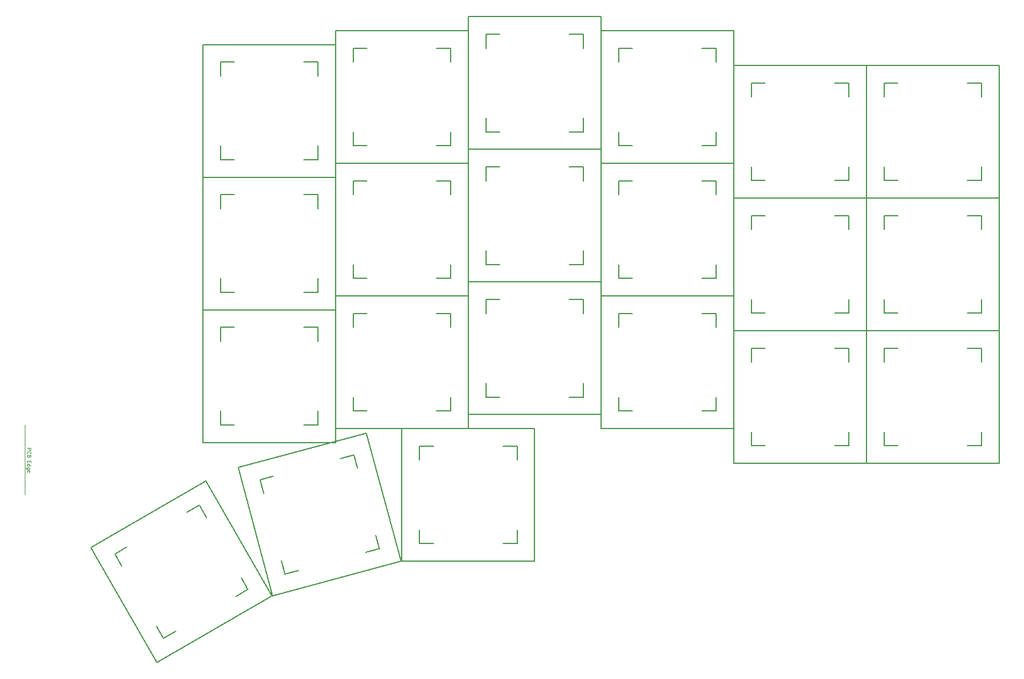
<source format=gbr>
G04 #@! TF.GenerationSoftware,KiCad,Pcbnew,8.0.3*
G04 #@! TF.CreationDate,2024-06-14T18:21:21-07:00*
G04 #@! TF.ProjectId,Keyboard,4b657962-6f61-4726-942e-6b696361645f,rev?*
G04 #@! TF.SameCoordinates,Original*
G04 #@! TF.FileFunction,OtherDrawing,Comment*
%FSLAX46Y46*%
G04 Gerber Fmt 4.6, Leading zero omitted, Abs format (unit mm)*
G04 Created by KiCad (PCBNEW 8.0.3) date 2024-06-14 18:21:21*
%MOMM*%
%LPD*%
G01*
G04 APERTURE LIST*
%ADD10C,0.100000*%
%ADD11C,0.150000*%
G04 APERTURE END LIST*
D10*
X65828890Y-249235714D02*
X66328890Y-249235714D01*
X66328890Y-249235714D02*
X66328890Y-249426190D01*
X66328890Y-249426190D02*
X66305080Y-249473809D01*
X66305080Y-249473809D02*
X66281271Y-249497619D01*
X66281271Y-249497619D02*
X66233652Y-249521428D01*
X66233652Y-249521428D02*
X66162223Y-249521428D01*
X66162223Y-249521428D02*
X66114604Y-249497619D01*
X66114604Y-249497619D02*
X66090795Y-249473809D01*
X66090795Y-249473809D02*
X66066985Y-249426190D01*
X66066985Y-249426190D02*
X66066985Y-249235714D01*
X65876509Y-250021428D02*
X65852700Y-249997619D01*
X65852700Y-249997619D02*
X65828890Y-249926190D01*
X65828890Y-249926190D02*
X65828890Y-249878571D01*
X65828890Y-249878571D02*
X65852700Y-249807143D01*
X65852700Y-249807143D02*
X65900319Y-249759524D01*
X65900319Y-249759524D02*
X65947938Y-249735714D01*
X65947938Y-249735714D02*
X66043176Y-249711905D01*
X66043176Y-249711905D02*
X66114604Y-249711905D01*
X66114604Y-249711905D02*
X66209842Y-249735714D01*
X66209842Y-249735714D02*
X66257461Y-249759524D01*
X66257461Y-249759524D02*
X66305080Y-249807143D01*
X66305080Y-249807143D02*
X66328890Y-249878571D01*
X66328890Y-249878571D02*
X66328890Y-249926190D01*
X66328890Y-249926190D02*
X66305080Y-249997619D01*
X66305080Y-249997619D02*
X66281271Y-250021428D01*
X66090795Y-250402381D02*
X66066985Y-250473809D01*
X66066985Y-250473809D02*
X66043176Y-250497619D01*
X66043176Y-250497619D02*
X65995557Y-250521428D01*
X65995557Y-250521428D02*
X65924128Y-250521428D01*
X65924128Y-250521428D02*
X65876509Y-250497619D01*
X65876509Y-250497619D02*
X65852700Y-250473809D01*
X65852700Y-250473809D02*
X65828890Y-250426190D01*
X65828890Y-250426190D02*
X65828890Y-250235714D01*
X65828890Y-250235714D02*
X66328890Y-250235714D01*
X66328890Y-250235714D02*
X66328890Y-250402381D01*
X66328890Y-250402381D02*
X66305080Y-250450000D01*
X66305080Y-250450000D02*
X66281271Y-250473809D01*
X66281271Y-250473809D02*
X66233652Y-250497619D01*
X66233652Y-250497619D02*
X66186033Y-250497619D01*
X66186033Y-250497619D02*
X66138414Y-250473809D01*
X66138414Y-250473809D02*
X66114604Y-250450000D01*
X66114604Y-250450000D02*
X66090795Y-250402381D01*
X66090795Y-250402381D02*
X66090795Y-250235714D01*
X66090795Y-251116666D02*
X66090795Y-251283333D01*
X65828890Y-251354761D02*
X65828890Y-251116666D01*
X65828890Y-251116666D02*
X66328890Y-251116666D01*
X66328890Y-251116666D02*
X66328890Y-251354761D01*
X65828890Y-251783333D02*
X66328890Y-251783333D01*
X65852700Y-251783333D02*
X65828890Y-251735714D01*
X65828890Y-251735714D02*
X65828890Y-251640476D01*
X65828890Y-251640476D02*
X65852700Y-251592857D01*
X65852700Y-251592857D02*
X65876509Y-251569047D01*
X65876509Y-251569047D02*
X65924128Y-251545238D01*
X65924128Y-251545238D02*
X66066985Y-251545238D01*
X66066985Y-251545238D02*
X66114604Y-251569047D01*
X66114604Y-251569047D02*
X66138414Y-251592857D01*
X66138414Y-251592857D02*
X66162223Y-251640476D01*
X66162223Y-251640476D02*
X66162223Y-251735714D01*
X66162223Y-251735714D02*
X66138414Y-251783333D01*
X66162223Y-252235714D02*
X65757461Y-252235714D01*
X65757461Y-252235714D02*
X65709842Y-252211904D01*
X65709842Y-252211904D02*
X65686033Y-252188095D01*
X65686033Y-252188095D02*
X65662223Y-252140476D01*
X65662223Y-252140476D02*
X65662223Y-252069047D01*
X65662223Y-252069047D02*
X65686033Y-252021428D01*
X65852700Y-252235714D02*
X65828890Y-252188095D01*
X65828890Y-252188095D02*
X65828890Y-252092857D01*
X65828890Y-252092857D02*
X65852700Y-252045238D01*
X65852700Y-252045238D02*
X65876509Y-252021428D01*
X65876509Y-252021428D02*
X65924128Y-251997619D01*
X65924128Y-251997619D02*
X66066985Y-251997619D01*
X66066985Y-251997619D02*
X66114604Y-252021428D01*
X66114604Y-252021428D02*
X66138414Y-252045238D01*
X66138414Y-252045238D02*
X66162223Y-252092857D01*
X66162223Y-252092857D02*
X66162223Y-252188095D01*
X66162223Y-252188095D02*
X66138414Y-252235714D01*
X65852700Y-252664285D02*
X65828890Y-252616666D01*
X65828890Y-252616666D02*
X65828890Y-252521428D01*
X65828890Y-252521428D02*
X65852700Y-252473809D01*
X65852700Y-252473809D02*
X65900319Y-252450000D01*
X65900319Y-252450000D02*
X66090795Y-252450000D01*
X66090795Y-252450000D02*
X66138414Y-252473809D01*
X66138414Y-252473809D02*
X66162223Y-252521428D01*
X66162223Y-252521428D02*
X66162223Y-252616666D01*
X66162223Y-252616666D02*
X66138414Y-252664285D01*
X66138414Y-252664285D02*
X66090795Y-252688095D01*
X66090795Y-252688095D02*
X66043176Y-252688095D01*
X66043176Y-252688095D02*
X65995557Y-252450000D01*
D11*
G04 #@! TO.C,H5*
X96134305Y-252034808D02*
X101064808Y-270435695D01*
X99226786Y-253820253D02*
X101158639Y-253302614D01*
X99744424Y-255752104D02*
X99226786Y-253820253D01*
X101064808Y-270435695D02*
X119465695Y-265505192D01*
X102850253Y-267343214D02*
X102332614Y-265411361D01*
X104782104Y-266825576D02*
X102850253Y-267343214D01*
X112749747Y-250196786D02*
X110817896Y-250714424D01*
X113267386Y-252128639D02*
X112749747Y-250196786D01*
X114535192Y-247104305D02*
X96134305Y-252034808D01*
X115855576Y-261787896D02*
X116373214Y-263719747D01*
X116373214Y-263719747D02*
X114441361Y-264237386D01*
X119465695Y-265505192D02*
X114535192Y-247104305D01*
G04 #@! TO.C,H7*
X119620000Y-246425000D02*
X119620000Y-265475000D01*
X119620000Y-265475000D02*
X138670000Y-265475000D01*
X122145000Y-248950000D02*
X124145000Y-248950000D01*
X122145000Y-250950000D02*
X122145000Y-248950000D01*
X122145000Y-262950000D02*
X122145000Y-260950000D01*
X124145000Y-262950000D02*
X122145000Y-262950000D01*
X136145000Y-248950000D02*
X134145000Y-248950000D01*
X136145000Y-250950000D02*
X136145000Y-248950000D01*
X136145000Y-260950000D02*
X136145000Y-262950000D01*
X136145000Y-262950000D02*
X134145000Y-262950000D01*
X138670000Y-246425000D02*
X119620000Y-246425000D01*
X138670000Y-265475000D02*
X138670000Y-246425000D01*
G04 #@! TO.C,H18*
X167245000Y-213325000D02*
X167245000Y-232375000D01*
X167245000Y-232375000D02*
X186295000Y-232375000D01*
X169770000Y-215850000D02*
X171770000Y-215850000D01*
X169770000Y-217850000D02*
X169770000Y-215850000D01*
X169770000Y-229850000D02*
X169770000Y-227850000D01*
X171770000Y-229850000D02*
X169770000Y-229850000D01*
X183770000Y-215850000D02*
X181770000Y-215850000D01*
X183770000Y-217850000D02*
X183770000Y-215850000D01*
X183770000Y-227850000D02*
X183770000Y-229850000D01*
X183770000Y-229850000D02*
X181770000Y-229850000D01*
X186295000Y-213325000D02*
X167245000Y-213325000D01*
X186295000Y-232375000D02*
X186295000Y-213325000D01*
G04 #@! TO.C,H19*
X129145000Y-187275000D02*
X129145000Y-206325000D01*
X129145000Y-206325000D02*
X148195000Y-206325000D01*
X131670000Y-189800000D02*
X133670000Y-189800000D01*
X131670000Y-191800000D02*
X131670000Y-189800000D01*
X131670000Y-203800000D02*
X131670000Y-201800000D01*
X133670000Y-203800000D02*
X131670000Y-203800000D01*
X145670000Y-189800000D02*
X143670000Y-189800000D01*
X145670000Y-191800000D02*
X145670000Y-189800000D01*
X145670000Y-201800000D02*
X145670000Y-203800000D01*
X145670000Y-203800000D02*
X143670000Y-203800000D01*
X148195000Y-187275000D02*
X129145000Y-187275000D01*
X148195000Y-206325000D02*
X148195000Y-187275000D01*
D10*
G04 #@! TO.C,J4*
X65480000Y-255950000D02*
X65480000Y-245950000D01*
D11*
G04 #@! TO.C,H17*
X129145000Y-206325000D02*
X129145000Y-225375000D01*
X129145000Y-225375000D02*
X148195000Y-225375000D01*
X131670000Y-208850000D02*
X133670000Y-208850000D01*
X131670000Y-210850000D02*
X131670000Y-208850000D01*
X131670000Y-222850000D02*
X131670000Y-220850000D01*
X133670000Y-222850000D02*
X131670000Y-222850000D01*
X145670000Y-208850000D02*
X143670000Y-208850000D01*
X145670000Y-210850000D02*
X145670000Y-208850000D01*
X145670000Y-220850000D02*
X145670000Y-222850000D01*
X145670000Y-222850000D02*
X143670000Y-222850000D01*
X148195000Y-206325000D02*
X129145000Y-206325000D01*
X148195000Y-225375000D02*
X148195000Y-206325000D01*
G04 #@! TO.C,H20*
X167245000Y-232375000D02*
X167245000Y-251425000D01*
X167245000Y-251425000D02*
X186295000Y-251425000D01*
X169770000Y-234900000D02*
X171770000Y-234900000D01*
X169770000Y-236900000D02*
X169770000Y-234900000D01*
X169770000Y-248900000D02*
X169770000Y-246900000D01*
X171770000Y-248900000D02*
X169770000Y-248900000D01*
X183770000Y-234900000D02*
X181770000Y-234900000D01*
X183770000Y-236900000D02*
X183770000Y-234900000D01*
X183770000Y-246900000D02*
X183770000Y-248900000D01*
X183770000Y-248900000D02*
X181770000Y-248900000D01*
X186295000Y-232375000D02*
X167245000Y-232375000D01*
X186295000Y-251425000D02*
X186295000Y-232375000D01*
G04 #@! TO.C,H15*
X148195000Y-208325000D02*
X148195000Y-227375000D01*
X148195000Y-227375000D02*
X167245000Y-227375000D01*
X150720000Y-210850000D02*
X152720000Y-210850000D01*
X150720000Y-212850000D02*
X150720000Y-210850000D01*
X150720000Y-224850000D02*
X150720000Y-222850000D01*
X152720000Y-224850000D02*
X150720000Y-224850000D01*
X164720000Y-210850000D02*
X162720000Y-210850000D01*
X164720000Y-212850000D02*
X164720000Y-210850000D01*
X164720000Y-222850000D02*
X164720000Y-224850000D01*
X164720000Y-224850000D02*
X162720000Y-224850000D01*
X167245000Y-208325000D02*
X148195000Y-208325000D01*
X167245000Y-227375000D02*
X167245000Y-208325000D01*
G04 #@! TO.C,H11*
X148195000Y-189275000D02*
X148195000Y-208325000D01*
X148195000Y-208325000D02*
X167245000Y-208325000D01*
X150720000Y-191800000D02*
X152720000Y-191800000D01*
X150720000Y-193800000D02*
X150720000Y-191800000D01*
X150720000Y-205800000D02*
X150720000Y-203800000D01*
X152720000Y-205800000D02*
X150720000Y-205800000D01*
X164720000Y-191800000D02*
X162720000Y-191800000D01*
X164720000Y-193800000D02*
X164720000Y-191800000D01*
X164720000Y-203800000D02*
X164720000Y-205800000D01*
X164720000Y-205800000D02*
X162720000Y-205800000D01*
X167245000Y-189275000D02*
X148195000Y-189275000D01*
X167245000Y-208325000D02*
X167245000Y-189275000D01*
G04 #@! TO.C,H10*
X186295000Y-194275000D02*
X186295000Y-213325000D01*
X186295000Y-213325000D02*
X205345000Y-213325000D01*
X188820000Y-196800000D02*
X190820000Y-196800000D01*
X188820000Y-198800000D02*
X188820000Y-196800000D01*
X188820000Y-210800000D02*
X188820000Y-208800000D01*
X190820000Y-210800000D02*
X188820000Y-210800000D01*
X202820000Y-196800000D02*
X200820000Y-196800000D01*
X202820000Y-198800000D02*
X202820000Y-196800000D01*
X202820000Y-208800000D02*
X202820000Y-210800000D01*
X202820000Y-210800000D02*
X200820000Y-210800000D01*
X205345000Y-194275000D02*
X186295000Y-194275000D01*
X205345000Y-213325000D02*
X205345000Y-194275000D01*
G04 #@! TO.C,H21*
X91045000Y-229375000D02*
X91045000Y-248425000D01*
X91045000Y-248425000D02*
X110095000Y-248425000D01*
X93570000Y-231900000D02*
X95570000Y-231900000D01*
X93570000Y-233900000D02*
X93570000Y-231900000D01*
X93570000Y-245900000D02*
X93570000Y-243900000D01*
X95570000Y-245900000D02*
X93570000Y-245900000D01*
X107570000Y-231900000D02*
X105570000Y-231900000D01*
X107570000Y-233900000D02*
X107570000Y-231900000D01*
X107570000Y-243900000D02*
X107570000Y-245900000D01*
X107570000Y-245900000D02*
X105570000Y-245900000D01*
X110095000Y-229375000D02*
X91045000Y-229375000D01*
X110095000Y-248425000D02*
X110095000Y-229375000D01*
G04 #@! TO.C,H16*
X167245000Y-194275000D02*
X167245000Y-213325000D01*
X167245000Y-213325000D02*
X186295000Y-213325000D01*
X169770000Y-196800000D02*
X171770000Y-196800000D01*
X169770000Y-198800000D02*
X169770000Y-196800000D01*
X169770000Y-210800000D02*
X169770000Y-208800000D01*
X171770000Y-210800000D02*
X169770000Y-210800000D01*
X183770000Y-196800000D02*
X181770000Y-196800000D01*
X183770000Y-198800000D02*
X183770000Y-196800000D01*
X183770000Y-208800000D02*
X183770000Y-210800000D01*
X183770000Y-210800000D02*
X181770000Y-210800000D01*
X186295000Y-194275000D02*
X167245000Y-194275000D01*
X186295000Y-213325000D02*
X186295000Y-194275000D01*
G04 #@! TO.C,H3*
X91045000Y-210325000D02*
X91045000Y-229375000D01*
X91045000Y-229375000D02*
X110095000Y-229375000D01*
X93570000Y-212850000D02*
X95570000Y-212850000D01*
X93570000Y-214850000D02*
X93570000Y-212850000D01*
X93570000Y-226850000D02*
X93570000Y-224850000D01*
X95570000Y-226850000D02*
X93570000Y-226850000D01*
X107570000Y-212850000D02*
X105570000Y-212850000D01*
X107570000Y-214850000D02*
X107570000Y-212850000D01*
X107570000Y-224850000D02*
X107570000Y-226850000D01*
X107570000Y-226850000D02*
X105570000Y-226850000D01*
X110095000Y-210325000D02*
X91045000Y-210325000D01*
X110095000Y-229375000D02*
X110095000Y-210325000D01*
G04 #@! TO.C,H2*
X110095000Y-189275000D02*
X110095000Y-208325000D01*
X110095000Y-208325000D02*
X129145000Y-208325000D01*
X112620000Y-191800000D02*
X114620000Y-191800000D01*
X112620000Y-193800000D02*
X112620000Y-191800000D01*
X112620000Y-205800000D02*
X112620000Y-203800000D01*
X114620000Y-205800000D02*
X112620000Y-205800000D01*
X126620000Y-191800000D02*
X124620000Y-191800000D01*
X126620000Y-193800000D02*
X126620000Y-191800000D01*
X126620000Y-203800000D02*
X126620000Y-205800000D01*
X126620000Y-205800000D02*
X124620000Y-205800000D01*
X129145000Y-189275000D02*
X110095000Y-189275000D01*
X129145000Y-208325000D02*
X129145000Y-189275000D01*
G04 #@! TO.C,H14*
X129145000Y-225375000D02*
X129145000Y-244425000D01*
X129145000Y-244425000D02*
X148195000Y-244425000D01*
X131670000Y-227900000D02*
X133670000Y-227900000D01*
X131670000Y-229900000D02*
X131670000Y-227900000D01*
X131670000Y-241900000D02*
X131670000Y-239900000D01*
X133670000Y-241900000D02*
X131670000Y-241900000D01*
X145670000Y-227900000D02*
X143670000Y-227900000D01*
X145670000Y-229900000D02*
X145670000Y-227900000D01*
X145670000Y-239900000D02*
X145670000Y-241900000D01*
X145670000Y-241900000D02*
X143670000Y-241900000D01*
X148195000Y-225375000D02*
X129145000Y-225375000D01*
X148195000Y-244425000D02*
X148195000Y-225375000D01*
G04 #@! TO.C,H8*
X186295000Y-232375000D02*
X186295000Y-251425000D01*
X186295000Y-251425000D02*
X205345000Y-251425000D01*
X188820000Y-234900000D02*
X190820000Y-234900000D01*
X188820000Y-236900000D02*
X188820000Y-234900000D01*
X188820000Y-248900000D02*
X188820000Y-246900000D01*
X190820000Y-248900000D02*
X188820000Y-248900000D01*
X202820000Y-234900000D02*
X200820000Y-234900000D01*
X202820000Y-236900000D02*
X202820000Y-234900000D01*
X202820000Y-246900000D02*
X202820000Y-248900000D01*
X202820000Y-248900000D02*
X200820000Y-248900000D01*
X205345000Y-232375000D02*
X186295000Y-232375000D01*
X205345000Y-251425000D02*
X205345000Y-232375000D01*
G04 #@! TO.C,H13*
X110095000Y-208325000D02*
X110095000Y-227375000D01*
X110095000Y-227375000D02*
X129145000Y-227375000D01*
X112620000Y-210850000D02*
X114620000Y-210850000D01*
X112620000Y-212850000D02*
X112620000Y-210850000D01*
X112620000Y-224850000D02*
X112620000Y-222850000D01*
X114620000Y-224850000D02*
X112620000Y-224850000D01*
X126620000Y-210850000D02*
X124620000Y-210850000D01*
X126620000Y-212850000D02*
X126620000Y-210850000D01*
X126620000Y-222850000D02*
X126620000Y-224850000D01*
X126620000Y-224850000D02*
X124620000Y-224850000D01*
X129145000Y-208325000D02*
X110095000Y-208325000D01*
X129145000Y-227375000D02*
X129145000Y-208325000D01*
G04 #@! TO.C,H4*
X91045000Y-191275000D02*
X91045000Y-210325000D01*
X91045000Y-210325000D02*
X110095000Y-210325000D01*
X93570000Y-193800000D02*
X95570000Y-193800000D01*
X93570000Y-195800000D02*
X93570000Y-193800000D01*
X93570000Y-207800000D02*
X93570000Y-205800000D01*
X95570000Y-207800000D02*
X93570000Y-207800000D01*
X107570000Y-193800000D02*
X105570000Y-193800000D01*
X107570000Y-195800000D02*
X107570000Y-193800000D01*
X107570000Y-205800000D02*
X107570000Y-207800000D01*
X107570000Y-207800000D02*
X105570000Y-207800000D01*
X110095000Y-191275000D02*
X91045000Y-191275000D01*
X110095000Y-210325000D02*
X110095000Y-191275000D01*
G04 #@! TO.C,H6*
X74948608Y-263513608D02*
X84473608Y-280011392D01*
X78397822Y-264437822D02*
X80129873Y-263437822D01*
X79397822Y-266169873D02*
X78397822Y-264437822D01*
X84473608Y-280011392D02*
X100971392Y-270486392D01*
X85397822Y-276562178D02*
X84397822Y-274830127D01*
X87129873Y-275562178D02*
X85397822Y-276562178D01*
X90522178Y-257437822D02*
X88790127Y-258437822D01*
X91446392Y-253988608D02*
X74948608Y-263513608D01*
X91522178Y-259169873D02*
X90522178Y-257437822D01*
X96522178Y-267830127D02*
X97522178Y-269562178D01*
X97522178Y-269562178D02*
X95790127Y-270562178D01*
X100971392Y-270486392D02*
X91446392Y-253988608D01*
G04 #@! TO.C,H9*
X186295000Y-213325000D02*
X186295000Y-232375000D01*
X186295000Y-232375000D02*
X205345000Y-232375000D01*
X188820000Y-215850000D02*
X190820000Y-215850000D01*
X188820000Y-217850000D02*
X188820000Y-215850000D01*
X188820000Y-229850000D02*
X188820000Y-227850000D01*
X190820000Y-229850000D02*
X188820000Y-229850000D01*
X202820000Y-215850000D02*
X200820000Y-215850000D01*
X202820000Y-217850000D02*
X202820000Y-215850000D01*
X202820000Y-227850000D02*
X202820000Y-229850000D01*
X202820000Y-229850000D02*
X200820000Y-229850000D01*
X205345000Y-213325000D02*
X186295000Y-213325000D01*
X205345000Y-232375000D02*
X205345000Y-213325000D01*
G04 #@! TO.C,H12*
X110095000Y-227375000D02*
X110095000Y-246425000D01*
X110095000Y-246425000D02*
X129145000Y-246425000D01*
X112620000Y-229900000D02*
X114620000Y-229900000D01*
X112620000Y-231900000D02*
X112620000Y-229900000D01*
X112620000Y-243900000D02*
X112620000Y-241900000D01*
X114620000Y-243900000D02*
X112620000Y-243900000D01*
X126620000Y-229900000D02*
X124620000Y-229900000D01*
X126620000Y-231900000D02*
X126620000Y-229900000D01*
X126620000Y-241900000D02*
X126620000Y-243900000D01*
X126620000Y-243900000D02*
X124620000Y-243900000D01*
X129145000Y-227375000D02*
X110095000Y-227375000D01*
X129145000Y-246425000D02*
X129145000Y-227375000D01*
G04 #@! TO.C,H1*
X148195000Y-227375000D02*
X148195000Y-246425000D01*
X148195000Y-246425000D02*
X167245000Y-246425000D01*
X150720000Y-229900000D02*
X152720000Y-229900000D01*
X150720000Y-231900000D02*
X150720000Y-229900000D01*
X150720000Y-243900000D02*
X150720000Y-241900000D01*
X152720000Y-243900000D02*
X150720000Y-243900000D01*
X164720000Y-229900000D02*
X162720000Y-229900000D01*
X164720000Y-231900000D02*
X164720000Y-229900000D01*
X164720000Y-241900000D02*
X164720000Y-243900000D01*
X164720000Y-243900000D02*
X162720000Y-243900000D01*
X167245000Y-227375000D02*
X148195000Y-227375000D01*
X167245000Y-246425000D02*
X167245000Y-227375000D01*
G04 #@! TD*
M02*

</source>
